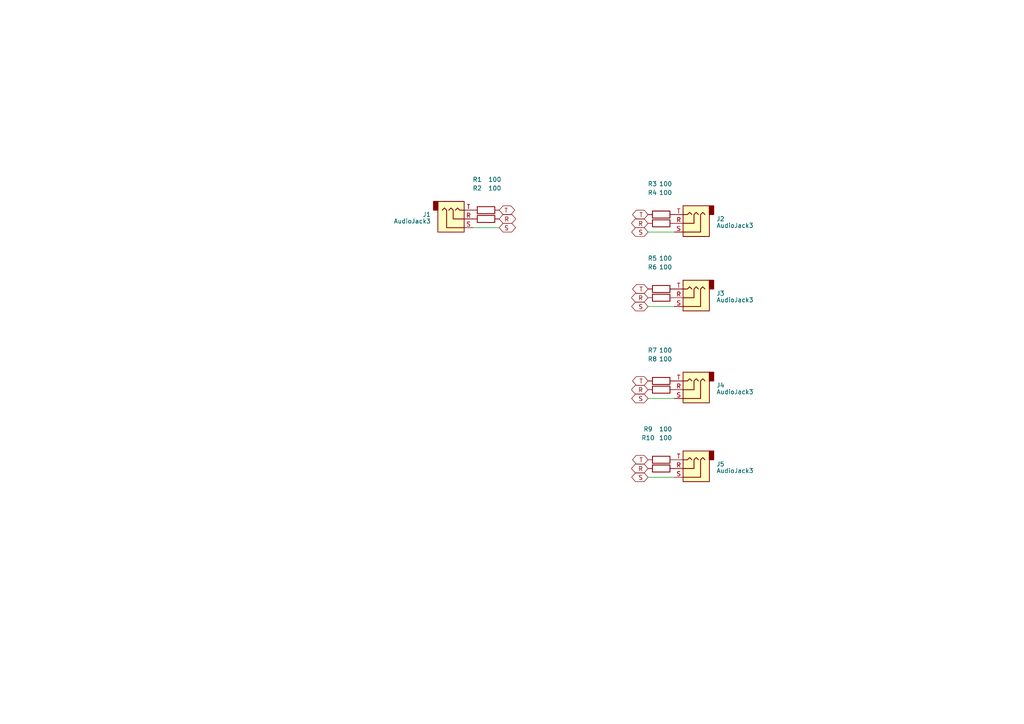
<source format=kicad_sch>
(kicad_sch (version 20230121) (generator eeschema)

  (uuid 8634e680-1f8a-4c04-ad4d-635e0be32fee)

  (paper "A4")

  (title_block
    (title "TRS Distributor chan")
    (date "2024-01-23")
    (rev "2024-01-23")
    (company "Kinoshita Laboratory")
    (comment 1 "Drawn by: Kaz Saita")
  )

  (lib_symbols
    (symbol "Connector_Audio:AudioJack3" (in_bom yes) (on_board yes)
      (property "Reference" "J" (at 0 8.89 0)
        (effects (font (size 1.27 1.27)))
      )
      (property "Value" "AudioJack3" (at 0 6.35 0)
        (effects (font (size 1.27 1.27)))
      )
      (property "Footprint" "" (at 0 0 0)
        (effects (font (size 1.27 1.27)) hide)
      )
      (property "Datasheet" "~" (at 0 0 0)
        (effects (font (size 1.27 1.27)) hide)
      )
      (property "ki_keywords" "audio jack receptacle stereo headphones phones TRS connector" (at 0 0 0)
        (effects (font (size 1.27 1.27)) hide)
      )
      (property "ki_description" "Audio Jack, 3 Poles (Stereo / TRS)" (at 0 0 0)
        (effects (font (size 1.27 1.27)) hide)
      )
      (property "ki_fp_filters" "Jack*" (at 0 0 0)
        (effects (font (size 1.27 1.27)) hide)
      )
      (symbol "AudioJack3_0_1"
        (rectangle (start -5.08 -5.08) (end -6.35 -2.54)
          (stroke (width 0.254) (type default))
          (fill (type outline))
        )
        (polyline
          (pts
            (xy 0 -2.54)
            (xy 0.635 -3.175)
            (xy 1.27 -2.54)
            (xy 2.54 -2.54)
          )
          (stroke (width 0.254) (type default))
          (fill (type none))
        )
        (polyline
          (pts
            (xy -1.905 -2.54)
            (xy -1.27 -3.175)
            (xy -0.635 -2.54)
            (xy -0.635 0)
            (xy 2.54 0)
          )
          (stroke (width 0.254) (type default))
          (fill (type none))
        )
        (polyline
          (pts
            (xy 2.54 2.54)
            (xy -2.54 2.54)
            (xy -2.54 -2.54)
            (xy -3.175 -3.175)
            (xy -3.81 -2.54)
          )
          (stroke (width 0.254) (type default))
          (fill (type none))
        )
        (rectangle (start 2.54 3.81) (end -5.08 -5.08)
          (stroke (width 0.254) (type default))
          (fill (type background))
        )
      )
      (symbol "AudioJack3_1_1"
        (pin passive line (at 5.08 0 180) (length 2.54)
          (name "~" (effects (font (size 1.27 1.27))))
          (number "R" (effects (font (size 1.27 1.27))))
        )
        (pin passive line (at 5.08 2.54 180) (length 2.54)
          (name "~" (effects (font (size 1.27 1.27))))
          (number "S" (effects (font (size 1.27 1.27))))
        )
        (pin passive line (at 5.08 -2.54 180) (length 2.54)
          (name "~" (effects (font (size 1.27 1.27))))
          (number "T" (effects (font (size 1.27 1.27))))
        )
      )
    )
    (symbol "Device:R" (pin_numbers hide) (pin_names (offset 0)) (in_bom yes) (on_board yes)
      (property "Reference" "R" (at 2.032 0 90)
        (effects (font (size 1.27 1.27)))
      )
      (property "Value" "R" (at 0 0 90)
        (effects (font (size 1.27 1.27)))
      )
      (property "Footprint" "" (at -1.778 0 90)
        (effects (font (size 1.27 1.27)) hide)
      )
      (property "Datasheet" "~" (at 0 0 0)
        (effects (font (size 1.27 1.27)) hide)
      )
      (property "ki_keywords" "R res resistor" (at 0 0 0)
        (effects (font (size 1.27 1.27)) hide)
      )
      (property "ki_description" "Resistor" (at 0 0 0)
        (effects (font (size 1.27 1.27)) hide)
      )
      (property "ki_fp_filters" "R_*" (at 0 0 0)
        (effects (font (size 1.27 1.27)) hide)
      )
      (symbol "R_0_1"
        (rectangle (start -1.016 -2.54) (end 1.016 2.54)
          (stroke (width 0.254) (type default))
          (fill (type none))
        )
      )
      (symbol "R_1_1"
        (pin passive line (at 0 3.81 270) (length 1.27)
          (name "~" (effects (font (size 1.27 1.27))))
          (number "1" (effects (font (size 1.27 1.27))))
        )
        (pin passive line (at 0 -3.81 90) (length 1.27)
          (name "~" (effects (font (size 1.27 1.27))))
          (number "2" (effects (font (size 1.27 1.27))))
        )
      )
    )
  )


  (wire (pts (xy 187.96 138.43) (xy 195.58 138.43))
    (stroke (width 0) (type default))
    (uuid 06b22613-3f76-427a-ad47-ae8e91de6b13)
  )
  (wire (pts (xy 187.96 67.31) (xy 195.58 67.31))
    (stroke (width 0) (type default))
    (uuid 60d27f76-a75b-4393-aa22-f37dcd756df1)
  )
  (wire (pts (xy 137.16 66.04) (xy 144.78 66.04))
    (stroke (width 0) (type default))
    (uuid 60e79a40-ca3d-42e6-950a-f129ab4f8093)
  )
  (wire (pts (xy 187.96 115.57) (xy 195.58 115.57))
    (stroke (width 0) (type default))
    (uuid cd1ac78f-ef6c-467d-bb09-d7a4a4061c06)
  )
  (wire (pts (xy 187.96 88.9) (xy 195.58 88.9))
    (stroke (width 0) (type default))
    (uuid f49dfe48-e37c-49e5-a9e9-b57c2c3a453e)
  )

  (global_label "S" (shape bidirectional) (at 187.96 67.31 180) (fields_autoplaced)
    (effects (font (size 1.27 1.27)) (justify right))
    (uuid 05ba9b7f-bb3b-49f6-af4b-bce610a9f172)
    (property "Intersheetrefs" "${INTERSHEET_REFS}" (at 182.7334 67.31 0)
      (effects (font (size 1.27 1.27)) (justify right) hide)
    )
  )
  (global_label "T" (shape bidirectional) (at 187.96 110.49 180) (fields_autoplaced)
    (effects (font (size 1.27 1.27)) (justify right))
    (uuid 137732b4-c5bf-4236-b841-278fbb158c81)
    (property "Intersheetrefs" "${INTERSHEET_REFS}" (at 182.9753 110.49 0)
      (effects (font (size 1.27 1.27)) (justify right) hide)
    )
  )
  (global_label "S" (shape bidirectional) (at 187.96 138.43 180) (fields_autoplaced)
    (effects (font (size 1.27 1.27)) (justify right))
    (uuid 27a37003-0046-4ea0-868c-2410387b9890)
    (property "Intersheetrefs" "${INTERSHEET_REFS}" (at 182.7334 138.43 0)
      (effects (font (size 1.27 1.27)) (justify right) hide)
    )
  )
  (global_label "R" (shape bidirectional) (at 187.96 113.03 180) (fields_autoplaced)
    (effects (font (size 1.27 1.27)) (justify right))
    (uuid 2ba9561c-470f-4a86-a806-927ebc047382)
    (property "Intersheetrefs" "${INTERSHEET_REFS}" (at 182.6729 113.03 0)
      (effects (font (size 1.27 1.27)) (justify right) hide)
    )
  )
  (global_label "S" (shape bidirectional) (at 187.96 88.9 180) (fields_autoplaced)
    (effects (font (size 1.27 1.27)) (justify right))
    (uuid 37538690-59aa-4b68-9a2a-106acb1654d1)
    (property "Intersheetrefs" "${INTERSHEET_REFS}" (at 182.7334 88.9 0)
      (effects (font (size 1.27 1.27)) (justify right) hide)
    )
  )
  (global_label "R" (shape bidirectional) (at 144.78 63.5 0) (fields_autoplaced)
    (effects (font (size 1.27 1.27)) (justify left))
    (uuid 3c193589-0069-421d-9abe-7875a01327a4)
    (property "Intersheetrefs" "${INTERSHEET_REFS}" (at 150.0671 63.5 0)
      (effects (font (size 1.27 1.27)) (justify left) hide)
    )
  )
  (global_label "R" (shape bidirectional) (at 187.96 135.89 180) (fields_autoplaced)
    (effects (font (size 1.27 1.27)) (justify right))
    (uuid 3e180c46-c94d-4609-a873-94f30a728b67)
    (property "Intersheetrefs" "${INTERSHEET_REFS}" (at 182.6729 135.89 0)
      (effects (font (size 1.27 1.27)) (justify right) hide)
    )
  )
  (global_label "R" (shape bidirectional) (at 187.96 64.77 180) (fields_autoplaced)
    (effects (font (size 1.27 1.27)) (justify right))
    (uuid 43514bc1-ae70-4491-9d40-7eae64133863)
    (property "Intersheetrefs" "${INTERSHEET_REFS}" (at 182.6729 64.77 0)
      (effects (font (size 1.27 1.27)) (justify right) hide)
    )
  )
  (global_label "T" (shape bidirectional) (at 187.96 62.23 180) (fields_autoplaced)
    (effects (font (size 1.27 1.27)) (justify right))
    (uuid 58c71fc0-27b2-41e3-bde4-0f3c69de1be7)
    (property "Intersheetrefs" "${INTERSHEET_REFS}" (at 182.9753 62.23 0)
      (effects (font (size 1.27 1.27)) (justify right) hide)
    )
  )
  (global_label "T" (shape bidirectional) (at 187.96 83.82 180) (fields_autoplaced)
    (effects (font (size 1.27 1.27)) (justify right))
    (uuid 7e22c8b7-6741-4b16-8f8f-424aeb1c7e65)
    (property "Intersheetrefs" "${INTERSHEET_REFS}" (at 182.9753 83.82 0)
      (effects (font (size 1.27 1.27)) (justify right) hide)
    )
  )
  (global_label "R" (shape bidirectional) (at 187.96 86.36 180) (fields_autoplaced)
    (effects (font (size 1.27 1.27)) (justify right))
    (uuid b3332de9-5ad9-48b0-b903-99b419011c45)
    (property "Intersheetrefs" "${INTERSHEET_REFS}" (at 182.6729 86.36 0)
      (effects (font (size 1.27 1.27)) (justify right) hide)
    )
  )
  (global_label "T" (shape bidirectional) (at 144.78 60.96 0) (fields_autoplaced)
    (effects (font (size 1.27 1.27)) (justify left))
    (uuid cc0498cd-8253-439c-bc17-093b5c55e9c1)
    (property "Intersheetrefs" "${INTERSHEET_REFS}" (at 149.7647 60.96 0)
      (effects (font (size 1.27 1.27)) (justify left) hide)
    )
  )
  (global_label "T" (shape bidirectional) (at 187.96 133.35 180) (fields_autoplaced)
    (effects (font (size 1.27 1.27)) (justify right))
    (uuid e2a13e31-fa96-4822-9fc4-6a6dae71fba1)
    (property "Intersheetrefs" "${INTERSHEET_REFS}" (at 182.9753 133.35 0)
      (effects (font (size 1.27 1.27)) (justify right) hide)
    )
  )
  (global_label "S" (shape bidirectional) (at 187.96 115.57 180) (fields_autoplaced)
    (effects (font (size 1.27 1.27)) (justify right))
    (uuid efa928c6-0e84-4f22-9425-09e6ff1030a9)
    (property "Intersheetrefs" "${INTERSHEET_REFS}" (at 182.7334 115.57 0)
      (effects (font (size 1.27 1.27)) (justify right) hide)
    )
  )
  (global_label "S" (shape bidirectional) (at 144.78 66.04 0) (fields_autoplaced)
    (effects (font (size 1.27 1.27)) (justify left))
    (uuid f45ef5bc-3c88-4674-9a93-2d50f0ca5475)
    (property "Intersheetrefs" "${INTERSHEET_REFS}" (at 150.0066 66.04 0)
      (effects (font (size 1.27 1.27)) (justify left) hide)
    )
  )

  (symbol (lib_id "Device:R") (at 140.97 63.5 90) (unit 1)
    (in_bom yes) (on_board yes) (dnp no)
    (uuid 26e5cf9a-f2ea-4fd8-9d73-72046e4a0162)
    (property "Reference" "R2" (at 138.43 54.61 90)
      (effects (font (size 1.27 1.27)))
    )
    (property "Value" "100" (at 143.51 54.61 90)
      (effects (font (size 1.27 1.27)))
    )
    (property "Footprint" "Resistor_SMD:R_0603_1608Metric_Pad0.98x0.95mm_HandSolder" (at 140.97 65.278 90)
      (effects (font (size 1.27 1.27)) hide)
    )
    (property "Datasheet" "~" (at 140.97 63.5 0)
      (effects (font (size 1.27 1.27)) hide)
    )
    (property "LCSC" "C844724" (at 140.97 63.5 90)
      (effects (font (size 1.27 1.27)) hide)
    )
    (property "Field5" "" (at 140.97 63.5 90)
      (effects (font (size 1.27 1.27)) hide)
    )
    (pin "1" (uuid d65a7e38-5c14-4693-8afa-350156bd3129))
    (pin "2" (uuid c83a8d0f-097c-407a-91a0-f54e43a9fed3))
    (instances
      (project "trs-distributor-chan"
        (path "/8634e680-1f8a-4c04-ad4d-635e0be32fee"
          (reference "R2") (unit 1)
        )
      )
    )
  )

  (symbol (lib_id "Connector_Audio:AudioJack3") (at 200.66 86.36 180) (unit 1)
    (in_bom yes) (on_board yes) (dnp no)
    (uuid 3ceb5962-e362-4b74-b213-ed3897c65276)
    (property "Reference" "J3" (at 207.772 85.0813 0)
      (effects (font (size 1.27 1.27)) (justify right))
    )
    (property "Value" "AudioJack3" (at 207.772 87.0023 0)
      (effects (font (size 1.27 1.27)) (justify right))
    )
    (property "Footprint" "trs-distributor-chan:AudioJack_3.5mm_TRS_SMD_C18594" (at 200.66 86.36 0)
      (effects (font (size 1.27 1.27)) hide)
    )
    (property "Datasheet" "~" (at 200.66 86.36 0)
      (effects (font (size 1.27 1.27)) hide)
    )
    (property "LCSC" "C18594" (at 200.66 86.36 0)
      (effects (font (size 1.27 1.27)) hide)
    )
    (pin "R" (uuid 0349da32-1c5c-42f9-a573-88feab22b610))
    (pin "S" (uuid 383c3c25-8fbb-41c8-a24e-98d262e95c94))
    (pin "T" (uuid 57e05fff-388c-42b6-bae8-d5221f935dd5))
    (instances
      (project "trs-distributor-chan"
        (path "/8634e680-1f8a-4c04-ad4d-635e0be32fee"
          (reference "J3") (unit 1)
        )
      )
    )
  )

  (symbol (lib_id "Device:R") (at 191.77 113.03 90) (unit 1)
    (in_bom yes) (on_board yes) (dnp no)
    (uuid 4ed94054-e204-42f0-9129-ebecde15e0fc)
    (property "Reference" "R8" (at 189.23 104.14 90)
      (effects (font (size 1.27 1.27)))
    )
    (property "Value" "100" (at 193.04 104.14 90)
      (effects (font (size 1.27 1.27)))
    )
    (property "Footprint" "Resistor_SMD:R_0603_1608Metric_Pad0.98x0.95mm_HandSolder" (at 191.77 114.808 90)
      (effects (font (size 1.27 1.27)) hide)
    )
    (property "Datasheet" "~" (at 191.77 113.03 0)
      (effects (font (size 1.27 1.27)) hide)
    )
    (property "LCSC" "C844724" (at 191.77 113.03 90)
      (effects (font (size 1.27 1.27)) hide)
    )
    (property "Field5" "" (at 191.77 113.03 90)
      (effects (font (size 1.27 1.27)) hide)
    )
    (pin "1" (uuid 530d71d0-1ee9-4e1c-99a4-efce9eec426a))
    (pin "2" (uuid a1e52274-e168-4446-af11-d12286e5b598))
    (instances
      (project "trs-distributor-chan"
        (path "/8634e680-1f8a-4c04-ad4d-635e0be32fee"
          (reference "R8") (unit 1)
        )
      )
    )
  )

  (symbol (lib_id "Connector_Audio:AudioJack3") (at 132.08 63.5 0) (mirror x) (unit 1)
    (in_bom yes) (on_board yes) (dnp no)
    (uuid 59ac78bc-7bb1-4e9f-aeb7-18eaf7f36ef3)
    (property "Reference" "J1" (at 124.968 62.2213 0)
      (effects (font (size 1.27 1.27)) (justify right))
    )
    (property "Value" "AudioJack3" (at 124.968 64.1423 0)
      (effects (font (size 1.27 1.27)) (justify right))
    )
    (property "Footprint" "trs-distributor-chan:AudioJack_3.5mm_TRS_SMD_C18594" (at 132.08 63.5 0)
      (effects (font (size 1.27 1.27)) hide)
    )
    (property "Datasheet" "~" (at 132.08 63.5 0)
      (effects (font (size 1.27 1.27)) hide)
    )
    (property "LCSC" "C18594" (at 132.08 63.5 0)
      (effects (font (size 1.27 1.27)) hide)
    )
    (pin "R" (uuid 275439e5-b42e-4cbf-a761-c1bf7419ae61))
    (pin "S" (uuid 0f2bc525-209c-4e69-bbb9-22a904c4bfad))
    (pin "T" (uuid 227c1f3d-c6f8-400f-9aba-e10062cde144))
    (instances
      (project "trs-distributor-chan"
        (path "/8634e680-1f8a-4c04-ad4d-635e0be32fee"
          (reference "J1") (unit 1)
        )
      )
    )
  )

  (symbol (lib_id "Device:R") (at 140.97 60.96 90) (unit 1)
    (in_bom yes) (on_board yes) (dnp no)
    (uuid 69fd15c0-79a0-4ce8-92a6-6fffed248619)
    (property "Reference" "R1" (at 138.43 52.07 90)
      (effects (font (size 1.27 1.27)))
    )
    (property "Value" "100" (at 143.51 52.07 90)
      (effects (font (size 1.27 1.27)))
    )
    (property "Footprint" "Resistor_SMD:R_0603_1608Metric_Pad0.98x0.95mm_HandSolder" (at 140.97 62.738 90)
      (effects (font (size 1.27 1.27)) hide)
    )
    (property "Datasheet" "~" (at 140.97 60.96 0)
      (effects (font (size 1.27 1.27)) hide)
    )
    (property "LCSC" "C844724" (at 140.97 60.96 90)
      (effects (font (size 1.27 1.27)) hide)
    )
    (property "Field5" "" (at 140.97 60.96 90)
      (effects (font (size 1.27 1.27)) hide)
    )
    (pin "1" (uuid b2105b05-724b-413e-9c85-24fdc4909ca9))
    (pin "2" (uuid c6ae46c6-1186-4388-bc56-26c2c051c435))
    (instances
      (project "trs-distributor-chan"
        (path "/8634e680-1f8a-4c04-ad4d-635e0be32fee"
          (reference "R1") (unit 1)
        )
      )
    )
  )

  (symbol (lib_id "Device:R") (at 191.77 62.23 90) (unit 1)
    (in_bom yes) (on_board yes) (dnp no)
    (uuid 6afc9a5d-2382-48c9-94ec-2e0850509f90)
    (property "Reference" "R3" (at 189.23 53.34 90)
      (effects (font (size 1.27 1.27)))
    )
    (property "Value" "100" (at 193.04 53.34 90)
      (effects (font (size 1.27 1.27)))
    )
    (property "Footprint" "Resistor_SMD:R_0603_1608Metric_Pad0.98x0.95mm_HandSolder" (at 191.77 64.008 90)
      (effects (font (size 1.27 1.27)) hide)
    )
    (property "Datasheet" "~" (at 191.77 62.23 0)
      (effects (font (size 1.27 1.27)) hide)
    )
    (property "LCSC" "C844724" (at 191.77 62.23 90)
      (effects (font (size 1.27 1.27)) hide)
    )
    (property "Field5" "" (at 191.77 62.23 90)
      (effects (font (size 1.27 1.27)) hide)
    )
    (pin "1" (uuid 66b04d6c-e0f2-4fe0-b9ba-a33d5ff69996))
    (pin "2" (uuid 4c9bb49c-4ad1-461d-be8c-5342ae2cf800))
    (instances
      (project "trs-distributor-chan"
        (path "/8634e680-1f8a-4c04-ad4d-635e0be32fee"
          (reference "R3") (unit 1)
        )
      )
    )
  )

  (symbol (lib_id "Device:R") (at 191.77 83.82 90) (unit 1)
    (in_bom yes) (on_board yes) (dnp no)
    (uuid 6e8af2d2-143b-4bb8-9d30-9dcf7d24ef6c)
    (property "Reference" "R5" (at 189.23 74.93 90)
      (effects (font (size 1.27 1.27)))
    )
    (property "Value" "100" (at 193.04 74.93 90)
      (effects (font (size 1.27 1.27)))
    )
    (property "Footprint" "Resistor_SMD:R_0603_1608Metric_Pad0.98x0.95mm_HandSolder" (at 191.77 85.598 90)
      (effects (font (size 1.27 1.27)) hide)
    )
    (property "Datasheet" "~" (at 191.77 83.82 0)
      (effects (font (size 1.27 1.27)) hide)
    )
    (property "LCSC" "C844724" (at 191.77 83.82 90)
      (effects (font (size 1.27 1.27)) hide)
    )
    (property "Field5" "" (at 191.77 83.82 90)
      (effects (font (size 1.27 1.27)) hide)
    )
    (pin "1" (uuid 444481fe-35e9-422c-806b-fc47acdc7a0f))
    (pin "2" (uuid 8f282da2-d9b6-4167-98ee-e6e294104e0f))
    (instances
      (project "trs-distributor-chan"
        (path "/8634e680-1f8a-4c04-ad4d-635e0be32fee"
          (reference "R5") (unit 1)
        )
      )
    )
  )

  (symbol (lib_id "Device:R") (at 191.77 133.35 90) (unit 1)
    (in_bom yes) (on_board yes) (dnp no)
    (uuid 7d93db76-5c28-4487-a6e3-f6b314eac21a)
    (property "Reference" "R9" (at 187.96 124.46 90)
      (effects (font (size 1.27 1.27)))
    )
    (property "Value" "100" (at 193.04 124.46 90)
      (effects (font (size 1.27 1.27)))
    )
    (property "Footprint" "Resistor_SMD:R_0603_1608Metric_Pad0.98x0.95mm_HandSolder" (at 191.77 135.128 90)
      (effects (font (size 1.27 1.27)) hide)
    )
    (property "Datasheet" "~" (at 191.77 133.35 0)
      (effects (font (size 1.27 1.27)) hide)
    )
    (property "LCSC" "C844724" (at 191.77 133.35 90)
      (effects (font (size 1.27 1.27)) hide)
    )
    (property "Field5" "" (at 191.77 133.35 90)
      (effects (font (size 1.27 1.27)) hide)
    )
    (pin "1" (uuid f4b868d0-de3c-4ef3-bf5b-815cd6c4c681))
    (pin "2" (uuid 403445f3-1989-4065-a796-81405854a70c))
    (instances
      (project "trs-distributor-chan"
        (path "/8634e680-1f8a-4c04-ad4d-635e0be32fee"
          (reference "R9") (unit 1)
        )
      )
    )
  )

  (symbol (lib_id "Connector_Audio:AudioJack3") (at 200.66 64.77 180) (unit 1)
    (in_bom yes) (on_board yes) (dnp no)
    (uuid 7e7a4604-03e7-43fa-ba4e-ae1e98902af0)
    (property "Reference" "J2" (at 207.772 63.4913 0)
      (effects (font (size 1.27 1.27)) (justify right))
    )
    (property "Value" "AudioJack3" (at 207.772 65.4123 0)
      (effects (font (size 1.27 1.27)) (justify right))
    )
    (property "Footprint" "trs-distributor-chan:AudioJack_3.5mm_TRS_SMD_C18594" (at 200.66 64.77 0)
      (effects (font (size 1.27 1.27)) hide)
    )
    (property "Datasheet" "~" (at 200.66 64.77 0)
      (effects (font (size 1.27 1.27)) hide)
    )
    (property "LCSC" "C18594" (at 200.66 64.77 0)
      (effects (font (size 1.27 1.27)) hide)
    )
    (pin "R" (uuid 8e0cffdf-677c-49f5-afb2-737d535b1c4e))
    (pin "S" (uuid d580010f-bf24-4918-a64a-78831accd351))
    (pin "T" (uuid 37c6c62c-5838-4872-92e2-dbd7fd7b1d07))
    (instances
      (project "trs-distributor-chan"
        (path "/8634e680-1f8a-4c04-ad4d-635e0be32fee"
          (reference "J2") (unit 1)
        )
      )
    )
  )

  (symbol (lib_id "Device:R") (at 191.77 64.77 90) (unit 1)
    (in_bom yes) (on_board yes) (dnp no)
    (uuid a6ca2d55-5317-47f6-8c5d-2ff873c7adf1)
    (property "Reference" "R4" (at 189.23 55.88 90)
      (effects (font (size 1.27 1.27)))
    )
    (property "Value" "100" (at 193.04 55.88 90)
      (effects (font (size 1.27 1.27)))
    )
    (property "Footprint" "Resistor_SMD:R_0603_1608Metric_Pad0.98x0.95mm_HandSolder" (at 191.77 66.548 90)
      (effects (font (size 1.27 1.27)) hide)
    )
    (property "Datasheet" "~" (at 191.77 64.77 0)
      (effects (font (size 1.27 1.27)) hide)
    )
    (property "LCSC" "C844724" (at 191.77 64.77 90)
      (effects (font (size 1.27 1.27)) hide)
    )
    (property "Field5" "" (at 191.77 64.77 90)
      (effects (font (size 1.27 1.27)) hide)
    )
    (pin "1" (uuid efc54e3b-2829-49cc-9cd0-22caa520293f))
    (pin "2" (uuid 99695c71-755a-4303-928e-e9636ddc91c7))
    (instances
      (project "trs-distributor-chan"
        (path "/8634e680-1f8a-4c04-ad4d-635e0be32fee"
          (reference "R4") (unit 1)
        )
      )
    )
  )

  (symbol (lib_id "Device:R") (at 191.77 86.36 90) (unit 1)
    (in_bom yes) (on_board yes) (dnp no)
    (uuid a6e39cd5-70b9-4b44-b6e6-d761396ee8c1)
    (property "Reference" "R6" (at 189.23 77.47 90)
      (effects (font (size 1.27 1.27)))
    )
    (property "Value" "100" (at 193.04 77.47 90)
      (effects (font (size 1.27 1.27)))
    )
    (property "Footprint" "Resistor_SMD:R_0603_1608Metric_Pad0.98x0.95mm_HandSolder" (at 191.77 88.138 90)
      (effects (font (size 1.27 1.27)) hide)
    )
    (property "Datasheet" "~" (at 191.77 86.36 0)
      (effects (font (size 1.27 1.27)) hide)
    )
    (property "LCSC" "C844724" (at 191.77 86.36 90)
      (effects (font (size 1.27 1.27)) hide)
    )
    (property "Field5" "" (at 191.77 86.36 90)
      (effects (font (size 1.27 1.27)) hide)
    )
    (pin "1" (uuid 8028a692-cdaa-423d-8480-71248598c056))
    (pin "2" (uuid 6512ebe4-ac1b-4b72-b1f8-1ed52907bfb9))
    (instances
      (project "trs-distributor-chan"
        (path "/8634e680-1f8a-4c04-ad4d-635e0be32fee"
          (reference "R6") (unit 1)
        )
      )
    )
  )

  (symbol (lib_id "Device:R") (at 191.77 110.49 90) (unit 1)
    (in_bom yes) (on_board yes) (dnp no)
    (uuid a8ec3a58-248e-4e5c-9836-5897f0cfdf3c)
    (property "Reference" "R7" (at 189.23 101.6 90)
      (effects (font (size 1.27 1.27)))
    )
    (property "Value" "100" (at 193.04 101.6 90)
      (effects (font (size 1.27 1.27)))
    )
    (property "Footprint" "Resistor_SMD:R_0603_1608Metric_Pad0.98x0.95mm_HandSolder" (at 191.77 112.268 90)
      (effects (font (size 1.27 1.27)) hide)
    )
    (property "Datasheet" "~" (at 191.77 110.49 0)
      (effects (font (size 1.27 1.27)) hide)
    )
    (property "LCSC" "C844724" (at 191.77 110.49 90)
      (effects (font (size 1.27 1.27)) hide)
    )
    (property "Field5" "" (at 191.77 110.49 90)
      (effects (font (size 1.27 1.27)) hide)
    )
    (pin "1" (uuid 2d9a57c7-07b6-4eac-851d-ea19796a6e17))
    (pin "2" (uuid 0a6b84d2-68f9-4c2f-a8d6-54d4743c7548))
    (instances
      (project "trs-distributor-chan"
        (path "/8634e680-1f8a-4c04-ad4d-635e0be32fee"
          (reference "R7") (unit 1)
        )
      )
    )
  )

  (symbol (lib_id "Device:R") (at 191.77 135.89 90) (unit 1)
    (in_bom yes) (on_board yes) (dnp no)
    (uuid cc7f2a4c-8122-42f4-8924-9c4d15beb4e9)
    (property "Reference" "R10" (at 187.96 127 90)
      (effects (font (size 1.27 1.27)))
    )
    (property "Value" "100" (at 193.04 127 90)
      (effects (font (size 1.27 1.27)))
    )
    (property "Footprint" "Resistor_SMD:R_0603_1608Metric_Pad0.98x0.95mm_HandSolder" (at 191.77 137.668 90)
      (effects (font (size 1.27 1.27)) hide)
    )
    (property "Datasheet" "~" (at 191.77 135.89 0)
      (effects (font (size 1.27 1.27)) hide)
    )
    (property "LCSC" "C844724" (at 191.77 135.89 90)
      (effects (font (size 1.27 1.27)) hide)
    )
    (property "Field5" "" (at 191.77 135.89 90)
      (effects (font (size 1.27 1.27)) hide)
    )
    (pin "1" (uuid 9e1f68ce-c3ae-4e40-baa8-bb6afbe76f6d))
    (pin "2" (uuid 70755319-2a34-402f-8037-37878d1e23a7))
    (instances
      (project "trs-distributor-chan"
        (path "/8634e680-1f8a-4c04-ad4d-635e0be32fee"
          (reference "R10") (unit 1)
        )
      )
    )
  )

  (symbol (lib_id "Connector_Audio:AudioJack3") (at 200.66 113.03 180) (unit 1)
    (in_bom yes) (on_board yes) (dnp no)
    (uuid cf2313c3-5ad1-4859-8ffa-12895780e5e3)
    (property "Reference" "J4" (at 207.772 111.7513 0)
      (effects (font (size 1.27 1.27)) (justify right))
    )
    (property "Value" "AudioJack3" (at 207.772 113.6723 0)
      (effects (font (size 1.27 1.27)) (justify right))
    )
    (property "Footprint" "trs-distributor-chan:AudioJack_3.5mm_TRS_SMD_C18594" (at 200.66 113.03 0)
      (effects (font (size 1.27 1.27)) hide)
    )
    (property "Datasheet" "~" (at 200.66 113.03 0)
      (effects (font (size 1.27 1.27)) hide)
    )
    (property "LCSC" "C18594" (at 200.66 113.03 0)
      (effects (font (size 1.27 1.27)) hide)
    )
    (pin "R" (uuid 47af6959-a514-411f-bb15-2d71d3b450ae))
    (pin "S" (uuid 3813f235-d801-45b5-84f5-ad50a6985809))
    (pin "T" (uuid 993f7ef2-224b-440c-95c9-904f5ef3fe10))
    (instances
      (project "trs-distributor-chan"
        (path "/8634e680-1f8a-4c04-ad4d-635e0be32fee"
          (reference "J4") (unit 1)
        )
      )
    )
  )

  (symbol (lib_id "Connector_Audio:AudioJack3") (at 200.66 135.89 180) (unit 1)
    (in_bom yes) (on_board yes) (dnp no)
    (uuid d826bb64-8b69-404d-9ac9-1918616bbd99)
    (property "Reference" "J5" (at 207.772 134.6113 0)
      (effects (font (size 1.27 1.27)) (justify right))
    )
    (property "Value" "AudioJack3" (at 207.772 136.5323 0)
      (effects (font (size 1.27 1.27)) (justify right))
    )
    (property "Footprint" "trs-distributor-chan:AudioJack_3.5mm_TRS_SMD_C18594" (at 200.66 135.89 0)
      (effects (font (size 1.27 1.27)) hide)
    )
    (property "Datasheet" "~" (at 200.66 135.89 0)
      (effects (font (size 1.27 1.27)) hide)
    )
    (property "LCSC" "C18594" (at 200.66 135.89 0)
      (effects (font (size 1.27 1.27)) hide)
    )
    (pin "R" (uuid 69a3543b-e9f1-466a-a2fc-f75243a04579))
    (pin "S" (uuid 846f42cf-25f6-4ecf-ab96-a2a02a6ae0b9))
    (pin "T" (uuid 3410aa02-befb-4b04-ab24-50bc8070c7cd))
    (instances
      (project "trs-distributor-chan"
        (path "/8634e680-1f8a-4c04-ad4d-635e0be32fee"
          (reference "J5") (unit 1)
        )
      )
    )
  )

  (sheet_instances
    (path "/" (page "1"))
  )
)

</source>
